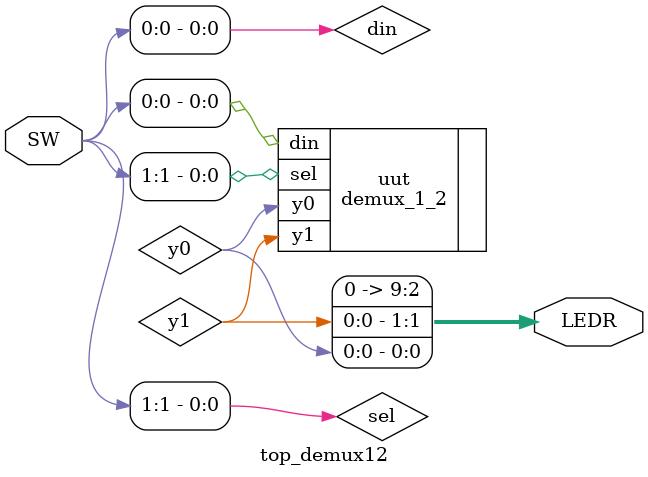
<source format=v>
module top_demux12 (
    input  [9:0] SW,     // Switches on DE10-Lite
    output [9:0] LEDR    // LEDs on DE10-Lite
);

wire din, sel;
wire y0, y1;

// Assign inputs from switches
assign din = SW[0];  // Data input from SW[0]
assign sel = SW[1];  // Select input from SW[1]

// Instantiate the demux_1_2 module
demux_1_2 uut (
    .din(din),
    .sel(sel),
    .y0(y0),
    .y1(y1)
);

// Display outputs on LEDs
assign LEDR[0] = y0;       // LEDR[0] shows y0
assign LEDR[1] = y1;       // LEDR[1] shows y1
assign LEDR[9:2] = 8'b0;   // Remaining LEDs OFF

endmodule
</source>
